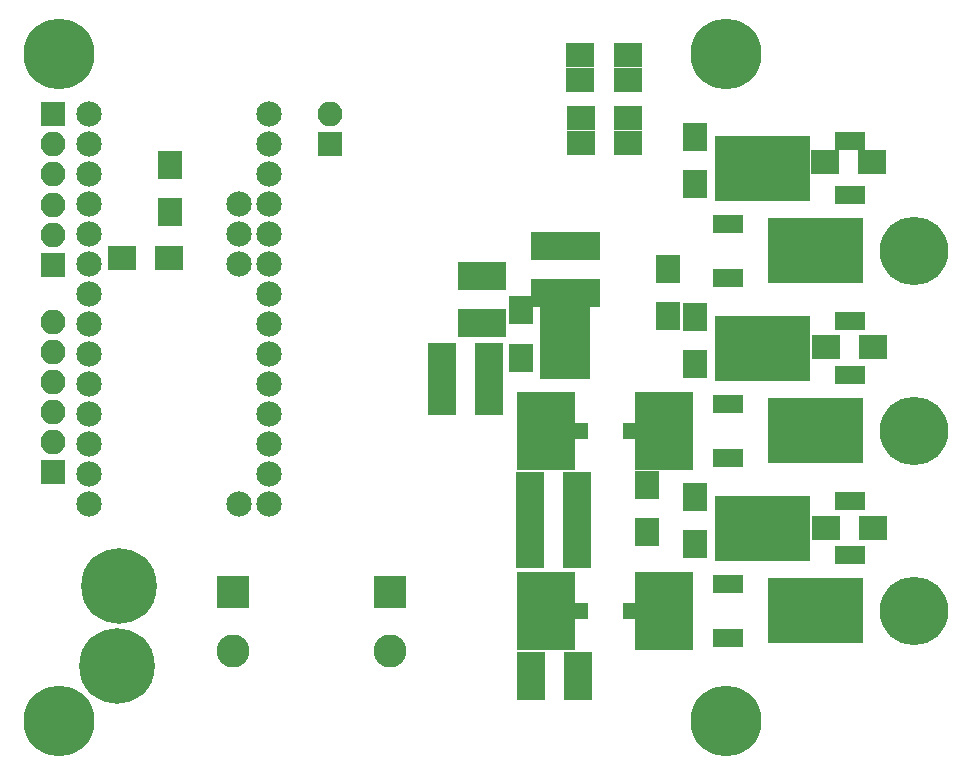
<source format=gbr>
G04 #@! TF.FileFunction,Soldermask,Bot*
%FSLAX46Y46*%
G04 Gerber Fmt 4.6, Leading zero omitted, Abs format (unit mm)*
G04 Created by KiCad (PCBNEW 4.0.4-stable) date 08/21/17 00:53:09*
%MOMM*%
%LPD*%
G01*
G04 APERTURE LIST*
%ADD10C,0.100000*%
%ADD11R,1.670000X1.670000*%
%ADD12R,2.600000X1.600000*%
%ADD13R,2.400000X2.000000*%
%ADD14R,2.000000X2.400000*%
%ADD15R,2.100000X2.100000*%
%ADD16O,2.100000X2.100000*%
%ADD17C,6.399480*%
%ADD18R,2.400000X2.100000*%
%ADD19R,2.100000X2.400000*%
%ADD20C,2.150000*%
%ADD21R,5.000000X6.600000*%
%ADD22R,2.400000X1.400000*%
%ADD23R,2.800000X2.800000*%
%ADD24C,2.800000*%
%ADD25C,6.000000*%
%ADD26C,5.800000*%
%ADD27C,1.000000*%
G04 APERTURE END LIST*
D10*
D11*
X59880500Y33210500D03*
X59880500Y34480500D03*
X59880500Y35750500D03*
X59880500Y37020500D03*
X61150500Y33210500D03*
X61150500Y34480500D03*
X62420500Y34480500D03*
X62420500Y33210500D03*
X63690500Y33210500D03*
X63690500Y34480500D03*
X64960500Y34480500D03*
X64960500Y33210500D03*
X66230500Y33210500D03*
X66230500Y34480500D03*
X63690500Y35750500D03*
X62420500Y35750500D03*
X61150500Y35750500D03*
X61150500Y37020500D03*
X62420500Y37020500D03*
X63690500Y37020500D03*
X64960500Y37020500D03*
X64960500Y35750500D03*
X66230500Y35750500D03*
X66230500Y37020500D03*
D12*
X70430500Y37395500D03*
X70430500Y32835500D03*
D13*
X39909500Y34544000D03*
X35909500Y34544000D03*
D11*
X70675500Y45275500D03*
X70675500Y44005500D03*
X70675500Y42735500D03*
X70675500Y41465500D03*
X69405500Y45275500D03*
X69405500Y44005500D03*
X68135500Y44005500D03*
X68135500Y45275500D03*
X66865500Y45275500D03*
X66865500Y44005500D03*
X65595500Y44005500D03*
X65595500Y45275500D03*
X64325500Y45275500D03*
X64325500Y44005500D03*
X66865500Y42735500D03*
X68135500Y42735500D03*
X69405500Y42735500D03*
X69405500Y41465500D03*
X68135500Y41465500D03*
X66865500Y41465500D03*
X65595500Y41465500D03*
X65595500Y42735500D03*
X64325500Y42735500D03*
X64325500Y41465500D03*
D12*
X60125500Y41090500D03*
X60125500Y45650500D03*
D11*
X70675500Y30035500D03*
X70675500Y28765500D03*
X70675500Y27495500D03*
X70675500Y26225500D03*
X69405500Y30035500D03*
X69405500Y28765500D03*
X68135500Y28765500D03*
X68135500Y30035500D03*
X66865500Y30035500D03*
X66865500Y28765500D03*
X65595500Y28765500D03*
X65595500Y30035500D03*
X64325500Y30035500D03*
X64325500Y28765500D03*
X66865500Y27495500D03*
X68135500Y27495500D03*
X69405500Y27495500D03*
X69405500Y26225500D03*
X68135500Y26225500D03*
X66865500Y26225500D03*
X65595500Y26225500D03*
X65595500Y27495500D03*
X64325500Y27495500D03*
X64325500Y26225500D03*
D12*
X60125500Y25850500D03*
X60125500Y30410500D03*
D14*
X12827000Y50641000D03*
X12827000Y46641000D03*
D13*
X39909500Y32512000D03*
X35909500Y32512000D03*
D14*
X38227000Y37243000D03*
X38227000Y41243000D03*
D13*
X39909500Y30480000D03*
X35909500Y30480000D03*
D14*
X42608500Y38322000D03*
X42608500Y34322000D03*
D13*
X47339000Y23622000D03*
X43339000Y23622000D03*
X47339000Y21590000D03*
X43339000Y21590000D03*
X47339000Y19558000D03*
X43339000Y19558000D03*
X47339000Y17526000D03*
X43339000Y17526000D03*
X68307200Y50927000D03*
X72307200Y50927000D03*
D14*
X48260000Y43783000D03*
X48260000Y39783000D03*
X46355000Y43783000D03*
X46355000Y39783000D03*
X44450000Y43783000D03*
X44450000Y39783000D03*
D15*
X2921000Y24638000D03*
D16*
X2921000Y27178000D03*
X2921000Y29718000D03*
X2921000Y32258000D03*
X2921000Y34798000D03*
X2921000Y37338000D03*
D17*
X8382000Y8255000D03*
X8509000Y14986000D03*
D15*
X26416000Y52451000D03*
D16*
X26416000Y54991000D03*
D15*
X2921000Y54991000D03*
D16*
X2921000Y52451000D03*
X2921000Y49911000D03*
D15*
X2921000Y42164000D03*
D16*
X2921000Y44704000D03*
X2921000Y47244000D03*
D11*
X59880500Y48450500D03*
X59880500Y49720500D03*
X59880500Y50990500D03*
X59880500Y52260500D03*
X61150500Y48450500D03*
X61150500Y49720500D03*
X62420500Y49720500D03*
X62420500Y48450500D03*
X63690500Y48450500D03*
X63690500Y49720500D03*
X64960500Y49720500D03*
X64960500Y48450500D03*
X66230500Y48450500D03*
X66230500Y49720500D03*
X63690500Y50990500D03*
X62420500Y50990500D03*
X61150500Y50990500D03*
X61150500Y52260500D03*
X62420500Y52260500D03*
X63690500Y52260500D03*
X64960500Y52260500D03*
X64960500Y50990500D03*
X66230500Y50990500D03*
X66230500Y52260500D03*
D12*
X70430500Y52635500D03*
X70430500Y48075500D03*
D11*
X59880500Y17970500D03*
X59880500Y19240500D03*
X59880500Y20510500D03*
X59880500Y21780500D03*
X61150500Y17970500D03*
X61150500Y19240500D03*
X62420500Y19240500D03*
X62420500Y17970500D03*
X63690500Y17970500D03*
X63690500Y19240500D03*
X64960500Y19240500D03*
X64960500Y17970500D03*
X66230500Y17970500D03*
X66230500Y19240500D03*
X63690500Y20510500D03*
X62420500Y20510500D03*
X61150500Y20510500D03*
X61150500Y21780500D03*
X62420500Y21780500D03*
X63690500Y21780500D03*
X64960500Y21780500D03*
X64960500Y20510500D03*
X66230500Y20510500D03*
X66230500Y21780500D03*
D12*
X70430500Y22155500D03*
X70430500Y17595500D03*
D11*
X70675500Y14795500D03*
X70675500Y13525500D03*
X70675500Y12255500D03*
X70675500Y10985500D03*
X69405500Y14795500D03*
X69405500Y13525500D03*
X68135500Y13525500D03*
X68135500Y14795500D03*
X66865500Y14795500D03*
X66865500Y13525500D03*
X65595500Y13525500D03*
X65595500Y14795500D03*
X64325500Y14795500D03*
X64325500Y13525500D03*
X66865500Y12255500D03*
X68135500Y12255500D03*
X69405500Y12255500D03*
X69405500Y10985500D03*
X68135500Y10985500D03*
X66865500Y10985500D03*
X65595500Y10985500D03*
X65595500Y12255500D03*
X64325500Y12255500D03*
X64325500Y10985500D03*
D12*
X60125500Y10610500D03*
X60125500Y15170500D03*
D18*
X12795000Y42799000D03*
X8795000Y42799000D03*
D19*
X57340500Y52990500D03*
X57340500Y48990500D03*
X54991000Y41814500D03*
X54991000Y37814500D03*
D18*
X51606200Y57810400D03*
X47606200Y57810400D03*
X47606200Y59944000D03*
X51606200Y59944000D03*
D19*
X57340500Y37750500D03*
X57340500Y33750500D03*
X53276500Y19526500D03*
X53276500Y23526500D03*
D18*
X51657000Y52476400D03*
X47657000Y52476400D03*
X47657000Y54610000D03*
X51657000Y54610000D03*
D19*
X57340500Y22510500D03*
X57340500Y18510500D03*
D18*
X47389800Y6324600D03*
X43389800Y6324600D03*
X43389800Y8432800D03*
X47389800Y8432800D03*
D20*
X18669000Y42291000D03*
X18669000Y44831000D03*
X18669000Y47371000D03*
X18669000Y21971000D03*
X5969000Y52451000D03*
X5969000Y49911000D03*
X5969000Y47371000D03*
X5969000Y44831000D03*
X5969000Y42291000D03*
X5969000Y39751000D03*
X5969000Y37211000D03*
X5969000Y34671000D03*
X5969000Y32131000D03*
X5969000Y29591000D03*
X5969000Y27051000D03*
X5969000Y24511000D03*
X5969000Y21971000D03*
X21209000Y21971000D03*
X21209000Y24511000D03*
X21209000Y27051000D03*
X21209000Y29591000D03*
X21209000Y32131000D03*
X21209000Y34671000D03*
X21209000Y37211000D03*
X21209000Y39751000D03*
X21209000Y42291000D03*
X21209000Y44831000D03*
X21209000Y47371000D03*
X21209000Y49911000D03*
X21209000Y52451000D03*
X21209000Y54991000D03*
X5969000Y54991000D03*
D11*
X47561500Y33401000D03*
X47561500Y34671000D03*
X46291500Y34671000D03*
X46291500Y33401000D03*
X45021500Y33401000D03*
X45021500Y34671000D03*
X45021500Y39751000D03*
X45021500Y38481000D03*
X46291500Y38481000D03*
X46291500Y39751000D03*
X47561500Y39751000D03*
X47561500Y38481000D03*
X47561500Y35941000D03*
X47561500Y37211000D03*
X45021500Y37211000D03*
X45021500Y35941000D03*
X46291500Y35941000D03*
X46291500Y37211000D03*
D21*
X54720500Y28130500D03*
X44720500Y28130500D03*
D22*
X52375500Y28130500D03*
X47065500Y28130500D03*
D21*
X54720500Y12890500D03*
X44720500Y12890500D03*
D22*
X52375500Y12890500D03*
X47065500Y12890500D03*
D23*
X18161000Y14478000D03*
D24*
X18161000Y9478000D03*
D23*
X31496000Y14478000D03*
D24*
X31496000Y9478000D03*
D14*
X40259000Y37243000D03*
X40259000Y41243000D03*
D13*
X68383400Y35229800D03*
X72383400Y35229800D03*
X68383400Y19913600D03*
X72383400Y19913600D03*
D25*
X59944000Y60071000D03*
X3429000Y60071000D03*
X59944000Y3556000D03*
X3429000Y3556000D03*
D26*
X75819000Y43370500D03*
D27*
X77844000Y43370500D03*
X77250891Y41938609D03*
X75819000Y41345500D03*
X74387109Y41938609D03*
X73794000Y43370500D03*
X74387109Y44802391D03*
X75819000Y45395500D03*
X77250891Y44802391D03*
D26*
X75819000Y28130500D03*
D27*
X77844000Y28130500D03*
X77250891Y26698609D03*
X75819000Y26105500D03*
X74387109Y26698609D03*
X73794000Y28130500D03*
X74387109Y29562391D03*
X75819000Y30155500D03*
X77250891Y29562391D03*
D26*
X75819000Y12890500D03*
D27*
X77844000Y12890500D03*
X77250891Y11458609D03*
X75819000Y10865500D03*
X74387109Y11458609D03*
X73794000Y12890500D03*
X74387109Y14322391D03*
X75819000Y14915500D03*
X77250891Y14322391D03*
M02*

</source>
